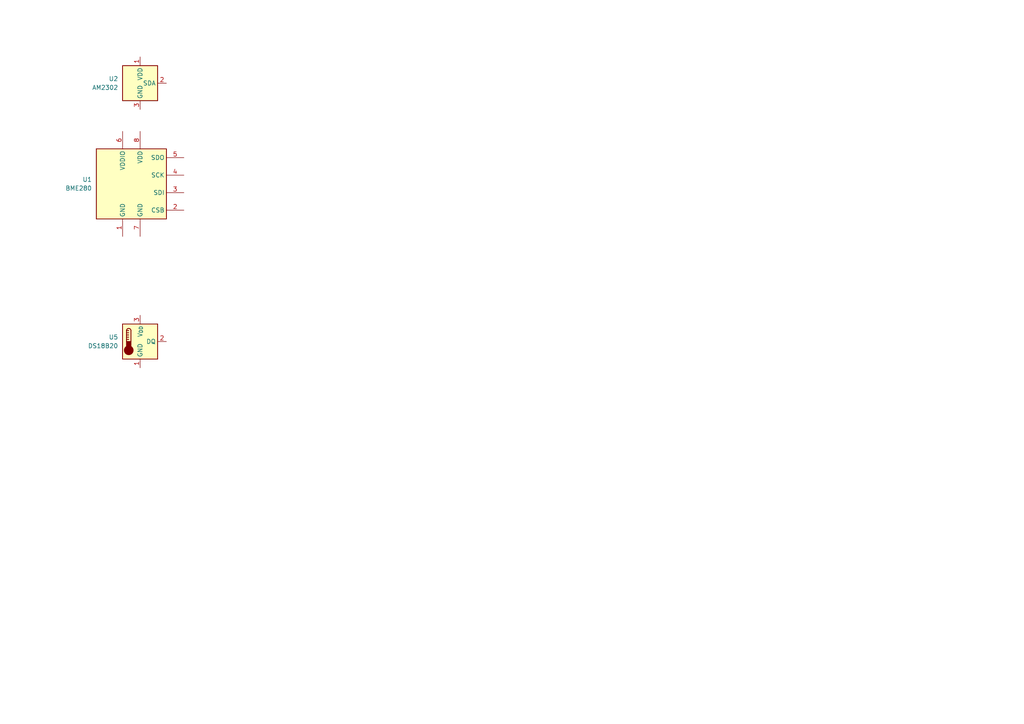
<source format=kicad_sch>
(kicad_sch (version 20231120) (generator "eeschema") (generator_version "8.0")
  (paper "A4")
  (lib_symbols
    (symbol "Sensor:AM2302"
      (property "Reference" "U" (at -3.81 6.35 0))
      (property "Value" "AM2302" (at 3.81 6.35 0))
      (symbol "AM2302_0_1"
        (rectangle (start -5.08 5.08) (end 5.08 -5.08) (stroke (width 0.254)) (fill (type background)))
      )
      (symbol "AM2302_1_1"
        (pin power_in line (at 0 7.62 270) (length 2.54) (name "VDD") (number "1"))
        (pin bidirectional line (at 7.62 0 180) (length 2.54) (name "SDA") (number "2"))
        (pin power_in line (at 0 -7.62 90) (length 2.54) (name "GND") (number "3"))
        (pin passive line (at 0 -7.62 90) (length 2.54) hide (name "GND") (number "4"))
      )
    )
    (symbol "Sensor:BME280"
      (property "Reference" "U" (at -8.89 11.43 0))
      (property "Value" "BME280" (at 7.62 11.43 0))
      (symbol "BME280_0_1"
        (rectangle (start -10.16 10.16) (end 10.16 -10.16) (stroke (width 0.254)) (fill (type background)))
      )
      (symbol "BME280_1_1"
        (pin power_in line (at -2.54 -15.24 90) (length 5.08) (name "GND") (number "1"))
        (pin input line (at 15.24 -7.62 180) (length 5.08) (name "CSB") (number "2"))
        (pin bidirectional line (at 15.24 -2.54 180) (length 5.08) (name "SDI") (number "3"))
        (pin input line (at 15.24 2.54 180) (length 5.08) (name "SCK") (number "4"))
        (pin bidirectional line (at 15.24 7.62 180) (length 5.08) (name "SDO") (number "5"))
        (pin power_in line (at -2.54 15.24 270) (length 5.08) (name "VDDIO") (number "6"))
        (pin power_in line (at 2.54 -15.24 90) (length 5.08) (name "GND") (number "7"))
        (pin power_in line (at 2.54 15.24 270) (length 5.08) (name "VDD") (number "8"))
      )
    )
    (symbol "Sensor_Temperature:DS18B20"
      (property "Reference" "U" (at -3.81 6.35 0))
      (property "Value" "DS18B20" (at 6.35 6.35 0))
      (symbol "DS18B20_0_1"
        (rectangle (start -5.08 5.08) (end 5.08 -5.08) (stroke (width 0.254)) (fill (type background)))
        (circle (center -3.302 -2.54) (radius 1.27) (stroke (width 0.254)) (fill (type outline)))
        (rectangle (start -2.667 -1.905) (end -3.937 0) (stroke (width 0.254)) (fill (type outline)))
        (arc (start -2.667 3.175) (mid -3.302 3.8073) (end -3.937 3.175) (stroke (width 0.254)))
        (polyline (pts (xy -3.937 0.635) (xy -3.302 0.635)) (stroke (width 0.254)))
        (polyline (pts (xy -3.937 1.27) (xy -3.302 1.27)) (stroke (width 0.254)))
        (polyline (pts (xy -3.937 1.905) (xy -3.302 1.905)) (stroke (width 0.254)))
        (polyline (pts (xy -3.937 2.54) (xy -3.302 2.54)) (stroke (width 0.254)))
        (polyline (pts (xy -3.937 3.175) (xy -3.937 0)) (stroke (width 0.254)))
        (polyline (pts (xy -3.937 3.175) (xy -3.302 3.175)) (stroke (width 0.254)))
        (polyline (pts (xy -2.667 3.175) (xy -2.667 0)) (stroke (width 0.254)))
      )
      (symbol "DS18B20_1_1"
        (pin power_in line (at 0 -7.62 90) (length 2.54) (name "GND") (number "1"))
        (pin bidirectional line (at 7.62 0 180) (length 2.54) (name "DQ") (number "2"))
        (pin power_in line (at 0 7.62 270) (length 2.54) (name "V_{DD}") (number "3"))
      )
    )
  )
  (symbol (lib_id "Sensor:BME280") (at 38.1 53.34 0) (unit 1)
    (property "Reference" "U1" (at 26.67 52.0699 0) (effects (justify right)))
    (property "Value" "BME280" (at 26.67 54.6099 0) (effects (justify right)))
    (property "Footprint" "Package_LGA:Bosch_LGA-8_2.5x2.5mm_P0.65mm_ClockwisePinNumbering" (effects (hide yes)))
    (property "Datasheet" "https://www.bosch-sensortec.com/media/boschsensortec/downloads/datasheets/bst-bme280-ds002.pdf" (effects (hide yes)))
    (property "Description" "3-in-1 sensor, humidity, pressure, temperature, I2C and SPI interface, 1.71-3.6V, LGA-8" (effects (hide yes)))
  )
  (symbol (lib_id "Sensor_Temperature:DS18B20") (at 40.64 99.06 0) (unit 1)
    (property "Reference" "U5" (at 34.29 97.7899 0) (effects (justify right)))
    (property "Value" "DS18B20" (at 34.29 100.3299 0) (effects (justify right)))
    (property "Footprint" "Package_TO_SOT_THT:TO-92_Inline" (effects (hide yes)))
    (property "Datasheet" "http://datasheets.maximintegrated.com/en/ds/DS18B20.pdf" (effects (hide yes)))
    (property "Description" "Programmable Resolution 1-Wire Digital Thermometer TO-92" (effects (hide yes)))
  )
  (symbol (lib_id "Sensor:AM2302") (at 40.64 24.13 0) (unit 1)
    (property "Reference" "U2" (at 34.29 22.8599 0) (effects (justify right)))
    (property "Value" "AM2302" (at 34.29 25.3999 0) (effects (justify right)))
    (property "Footprint" "Sensor:ASAIR_AM2302_P2.54mm_Vertical" (effects (hide yes)))
    (property "Datasheet" "http://akizukidenshi.com/download/ds/aosong/AM2302.pdf" (effects (hide yes)))
    (property "Description" "3.3 to 5.0V, Temperature and humidity module,  DHT22, AM2302" (effects (hide yes)))
  )
)
</source>
